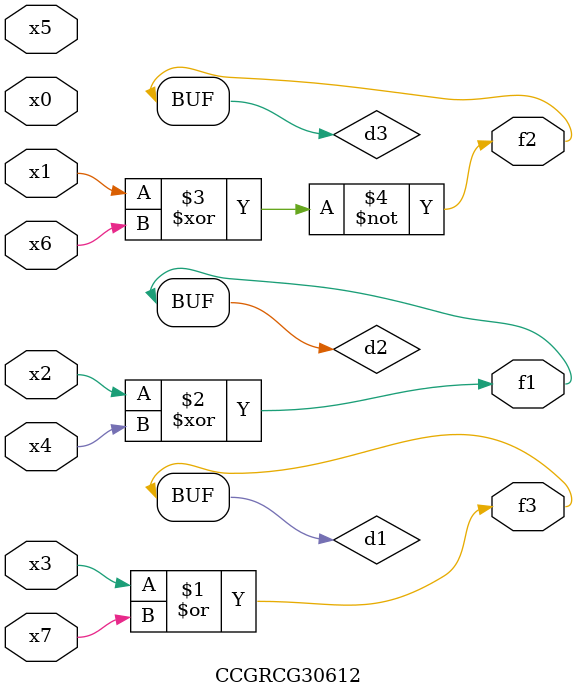
<source format=v>
module CCGRCG30612(
	input x0, x1, x2, x3, x4, x5, x6, x7,
	output f1, f2, f3
);

	wire d1, d2, d3;

	or (d1, x3, x7);
	xor (d2, x2, x4);
	xnor (d3, x1, x6);
	assign f1 = d2;
	assign f2 = d3;
	assign f3 = d1;
endmodule

</source>
